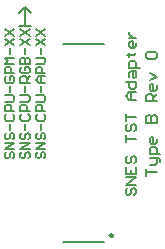
<source format=gto>
G04*
G04 #@! TF.GenerationSoftware,Altium Limited,Altium Designer,21.7.2 (23)*
G04*
G04 Layer_Color=65535*
%FSAX44Y44*%
%MOMM*%
G71*
G04*
G04 #@! TF.SameCoordinates,1C098217-63CA-4160-87A2-FAF5BDA99962*
G04*
G04*
G04 #@! TF.FilePolarity,Positive*
G04*
G01*
G75*
%ADD10C,0.2500*%
%ADD11C,0.1524*%
%ADD12C,0.1500*%
D10*
X00856750Y00375250D02*
G03*
X00856750Y00375250I-00001250J00000000D01*
G01*
D11*
X00814250Y00537250D02*
X00849250D01*
X00814250Y00369750D02*
X00849250D01*
D12*
X00782500Y00569125D02*
X00787499Y00564126D01*
X00782500Y00552875D02*
Y00569125D01*
X00777500Y00552875D02*
X00787500D01*
X00777501Y00564126D02*
X00782500Y00569125D01*
X00869108Y00415520D02*
X00867608Y00414021D01*
Y00411022D01*
X00869108Y00409522D01*
X00870607D01*
X00872107Y00411022D01*
Y00414021D01*
X00873606Y00415520D01*
X00875106D01*
X00876606Y00414021D01*
Y00411022D01*
X00875106Y00409522D01*
X00876606Y00418519D02*
X00867608D01*
X00876606Y00424518D01*
X00867608D01*
Y00433515D02*
Y00427517D01*
X00876606D01*
Y00433515D01*
X00872107Y00427517D02*
Y00430516D01*
X00869108Y00442512D02*
X00867608Y00441012D01*
Y00438013D01*
X00869108Y00436514D01*
X00870607D01*
X00872107Y00438013D01*
Y00441012D01*
X00873606Y00442512D01*
X00875106D01*
X00876606Y00441012D01*
Y00438013D01*
X00875106Y00436514D01*
X00867608Y00454508D02*
Y00460506D01*
Y00457507D01*
X00876606D01*
X00869108Y00469503D02*
X00867608Y00468003D01*
Y00465004D01*
X00869108Y00463505D01*
X00870607D01*
X00872107Y00465004D01*
Y00468003D01*
X00873606Y00469503D01*
X00875106D01*
X00876606Y00468003D01*
Y00465004D01*
X00875106Y00463505D01*
X00867608Y00472502D02*
Y00478500D01*
Y00475501D01*
X00876606D01*
Y00490496D02*
X00870607D01*
X00867608Y00493495D01*
X00870607Y00496494D01*
X00876606D01*
X00872107D01*
Y00490496D01*
X00867608Y00505491D02*
X00876606D01*
Y00500993D01*
X00875106Y00499493D01*
X00872107D01*
X00870607Y00500993D01*
Y00505491D01*
Y00509990D02*
Y00512989D01*
X00872107Y00514488D01*
X00876606D01*
Y00509990D01*
X00875106Y00508490D01*
X00873606Y00509990D01*
Y00514488D01*
X00879604Y00517487D02*
X00870607D01*
Y00521986D01*
X00872107Y00523485D01*
X00875106D01*
X00876606Y00521986D01*
Y00517487D01*
X00869108Y00527984D02*
X00870607D01*
Y00526484D01*
Y00529483D01*
Y00527984D01*
X00875106D01*
X00876606Y00529483D01*
Y00538481D02*
Y00535481D01*
X00875106Y00533982D01*
X00872107D01*
X00870607Y00535481D01*
Y00538481D01*
X00872107Y00539980D01*
X00873606D01*
Y00533982D01*
X00870607Y00542979D02*
X00876606D01*
X00873606D01*
X00872107Y00544479D01*
X00870607Y00545978D01*
Y00547478D01*
X00885004Y00426017D02*
Y00432015D01*
Y00429016D01*
X00894001D01*
X00888003Y00435014D02*
X00892501D01*
X00894001Y00436514D01*
Y00441012D01*
X00895500D01*
X00897000Y00439513D01*
Y00438013D01*
X00894001Y00441012D02*
X00888003D01*
X00897000Y00444011D02*
X00888003D01*
Y00448510D01*
X00889502Y00450009D01*
X00892501D01*
X00894001Y00448510D01*
Y00444011D01*
Y00457507D02*
Y00454508D01*
X00892501Y00453008D01*
X00889502D01*
X00888003Y00454508D01*
Y00457507D01*
X00889502Y00459006D01*
X00891002D01*
Y00453008D01*
X00885004Y00471002D02*
X00894001D01*
Y00475501D01*
X00892501Y00477001D01*
X00891002D01*
X00889502Y00475501D01*
Y00471002D01*
Y00475501D01*
X00888003Y00477001D01*
X00886503D01*
X00885004Y00475501D01*
Y00471002D01*
X00894001Y00488997D02*
X00885004D01*
Y00493495D01*
X00886503Y00494995D01*
X00889502D01*
X00891002Y00493495D01*
Y00488997D01*
Y00491996D02*
X00894001Y00494995D01*
Y00502492D02*
Y00499493D01*
X00892501Y00497994D01*
X00889502D01*
X00888003Y00499493D01*
Y00502492D01*
X00889502Y00503992D01*
X00891002D01*
Y00497994D01*
X00888003Y00506991D02*
X00894001Y00509990D01*
X00888003Y00512989D01*
X00886503Y00524985D02*
X00885004Y00526484D01*
Y00529483D01*
X00886503Y00530983D01*
X00892501D01*
X00894001Y00529483D01*
Y00526484D01*
X00892501Y00524985D01*
X00886503D01*
X00766692Y00446082D02*
X00765359Y00444749D01*
Y00442083D01*
X00766692Y00440750D01*
X00768025D01*
X00769358Y00442083D01*
Y00444749D01*
X00770691Y00446082D01*
X00772023D01*
X00773356Y00444749D01*
Y00442083D01*
X00772023Y00440750D01*
X00773356Y00448747D02*
X00765359D01*
X00773356Y00454079D01*
X00765359D01*
X00766692Y00462076D02*
X00765359Y00460744D01*
Y00458078D01*
X00766692Y00456745D01*
X00768025D01*
X00769358Y00458078D01*
Y00460744D01*
X00770691Y00462076D01*
X00772023D01*
X00773356Y00460744D01*
Y00458078D01*
X00772023Y00456745D01*
X00769358Y00464742D02*
Y00470074D01*
X00766692Y00478071D02*
X00765359Y00476739D01*
Y00474073D01*
X00766692Y00472740D01*
X00772023D01*
X00773356Y00474073D01*
Y00476739D01*
X00772023Y00478071D01*
X00773356Y00480737D02*
X00765359D01*
Y00484736D01*
X00766692Y00486069D01*
X00769358D01*
X00770691Y00484736D01*
Y00480737D01*
X00765359Y00488735D02*
X00772023D01*
X00773356Y00490067D01*
Y00492733D01*
X00772023Y00494066D01*
X00765359D01*
X00769358Y00496732D02*
Y00502064D01*
X00766692Y00510061D02*
X00765359Y00508728D01*
Y00506062D01*
X00766692Y00504729D01*
X00772023D01*
X00773356Y00506062D01*
Y00508728D01*
X00772023Y00510061D01*
X00769358D01*
Y00507395D01*
X00773356Y00512727D02*
X00765359D01*
Y00516726D01*
X00766692Y00518059D01*
X00769358D01*
X00770691Y00516726D01*
Y00512727D01*
X00773356Y00520724D02*
X00765359D01*
X00768025Y00523390D01*
X00765359Y00526056D01*
X00773356D01*
X00769358Y00528722D02*
Y00534053D01*
X00765359Y00536719D02*
X00773356Y00542051D01*
X00765359D02*
X00773356Y00536719D01*
X00765359Y00544716D02*
X00773356Y00550048D01*
X00765359D02*
X00773356Y00544716D01*
X00779889Y00446082D02*
X00778556Y00444749D01*
Y00442083D01*
X00779889Y00440750D01*
X00781221D01*
X00782554Y00442083D01*
Y00444749D01*
X00783887Y00446082D01*
X00785220D01*
X00786553Y00444749D01*
Y00442083D01*
X00785220Y00440750D01*
X00786553Y00448747D02*
X00778556D01*
X00786553Y00454079D01*
X00778556D01*
X00779889Y00462076D02*
X00778556Y00460744D01*
Y00458078D01*
X00779889Y00456745D01*
X00781221D01*
X00782554Y00458078D01*
Y00460744D01*
X00783887Y00462076D01*
X00785220D01*
X00786553Y00460744D01*
Y00458078D01*
X00785220Y00456745D01*
X00782554Y00464742D02*
Y00470074D01*
X00779889Y00478071D02*
X00778556Y00476739D01*
Y00474073D01*
X00779889Y00472740D01*
X00785220D01*
X00786553Y00474073D01*
Y00476739D01*
X00785220Y00478071D01*
X00786553Y00480737D02*
X00778556D01*
Y00484736D01*
X00779889Y00486069D01*
X00782554D01*
X00783887Y00484736D01*
Y00480737D01*
X00778556Y00488735D02*
X00785220D01*
X00786553Y00490067D01*
Y00492733D01*
X00785220Y00494066D01*
X00778556D01*
X00782554Y00496732D02*
Y00502064D01*
X00786553Y00504729D02*
X00778556D01*
Y00508728D01*
X00779889Y00510061D01*
X00782554D01*
X00783887Y00508728D01*
Y00504729D01*
Y00507395D02*
X00786553Y00510061D01*
X00779889Y00518059D02*
X00778556Y00516726D01*
Y00514060D01*
X00779889Y00512727D01*
X00785220D01*
X00786553Y00514060D01*
Y00516726D01*
X00785220Y00518059D01*
X00782554D01*
Y00515393D01*
X00778556Y00520724D02*
X00786553D01*
Y00524723D01*
X00785220Y00526056D01*
X00783887D01*
X00782554Y00524723D01*
Y00520724D01*
Y00524723D01*
X00781221Y00526056D01*
X00779889D01*
X00778556Y00524723D01*
Y00520724D01*
X00782554Y00528722D02*
Y00534053D01*
X00778556Y00536719D02*
X00786553Y00542051D01*
X00778556D02*
X00786553Y00536719D01*
X00778556Y00544716D02*
X00786553Y00550048D01*
X00778556D02*
X00786553Y00544716D01*
X00793085Y00446082D02*
X00791752Y00444749D01*
Y00442083D01*
X00793085Y00440750D01*
X00794418D01*
X00795751Y00442083D01*
Y00444749D01*
X00797084Y00446082D01*
X00798417D01*
X00799750Y00444749D01*
Y00442083D01*
X00798417Y00440750D01*
X00799750Y00448747D02*
X00791752D01*
X00799750Y00454079D01*
X00791752D01*
X00793085Y00462076D02*
X00791752Y00460744D01*
Y00458078D01*
X00793085Y00456745D01*
X00794418D01*
X00795751Y00458078D01*
Y00460744D01*
X00797084Y00462076D01*
X00798417D01*
X00799750Y00460744D01*
Y00458078D01*
X00798417Y00456745D01*
X00795751Y00464742D02*
Y00470074D01*
X00793085Y00478071D02*
X00791752Y00476739D01*
Y00474073D01*
X00793085Y00472740D01*
X00798417D01*
X00799750Y00474073D01*
Y00476739D01*
X00798417Y00478071D01*
X00799750Y00480737D02*
X00791752D01*
Y00484736D01*
X00793085Y00486069D01*
X00795751D01*
X00797084Y00484736D01*
Y00480737D01*
X00791752Y00488735D02*
X00798417D01*
X00799750Y00490067D01*
Y00492733D01*
X00798417Y00494066D01*
X00791752D01*
X00795751Y00496732D02*
Y00502064D01*
X00799750Y00504729D02*
X00794418D01*
X00791752Y00507395D01*
X00794418Y00510061D01*
X00799750D01*
X00795751D01*
Y00504729D01*
X00799750Y00512727D02*
X00791752D01*
Y00516726D01*
X00793085Y00518059D01*
X00795751D01*
X00797084Y00516726D01*
Y00512727D01*
X00791752Y00520724D02*
X00798417D01*
X00799750Y00522057D01*
Y00524723D01*
X00798417Y00526056D01*
X00791752D01*
X00795751Y00528722D02*
Y00534053D01*
X00791752Y00536719D02*
X00799750Y00542051D01*
X00791752D02*
X00799750Y00536719D01*
X00791752Y00544716D02*
X00799750Y00550048D01*
X00791752D02*
X00799750Y00544716D01*
M02*

</source>
